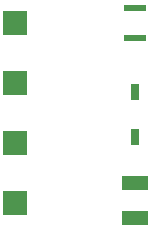
<source format=gbr>
G04 EAGLE Gerber RS-274X export*
G75*
%MOMM*%
%FSLAX34Y34*%
%LPD*%
%INSolderpaste Top*%
%IPPOS*%
%AMOC8*
5,1,8,0,0,1.08239X$1,22.5*%
G01*
G04 Define Apertures*
%ADD10R,1.900000X0.500000*%
%ADD11R,2.000000X2.000000*%
%ADD12R,0.750000X1.350000*%
%ADD13R,2.300000X1.230000*%
D10*
X139700Y342700D03*
X139700Y317700D03*
D11*
X38100Y330200D03*
X38100Y279400D03*
X38100Y228600D03*
X38100Y177800D03*
D12*
X139700Y271843D03*
X139700Y233843D03*
D13*
X139700Y165100D03*
X139700Y195100D03*
M02*

</source>
